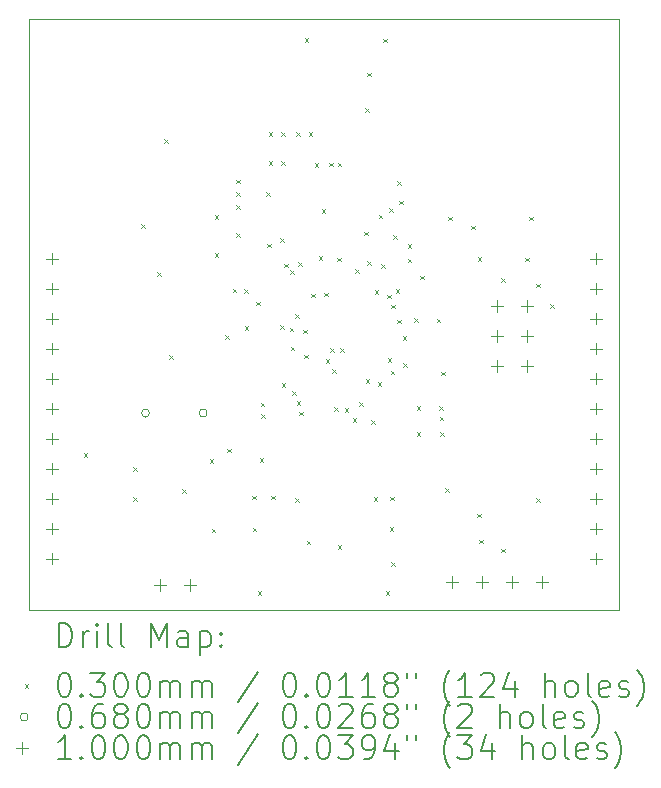
<source format=gbr>
%TF.GenerationSoftware,KiCad,Pcbnew,7.0.6-7.0.6~ubuntu22.04.1*%
%TF.CreationDate,2023-08-04T06:45:14-03:00*%
%TF.ProjectId,RF_Board,52465f42-6f61-4726-942e-6b696361645f,rev?*%
%TF.SameCoordinates,Original*%
%TF.FileFunction,Drillmap*%
%TF.FilePolarity,Positive*%
%FSLAX45Y45*%
G04 Gerber Fmt 4.5, Leading zero omitted, Abs format (unit mm)*
G04 Created by KiCad (PCBNEW 7.0.6-7.0.6~ubuntu22.04.1) date 2023-08-04 06:45:14*
%MOMM*%
%LPD*%
G01*
G04 APERTURE LIST*
%ADD10C,0.100000*%
%ADD11C,0.200000*%
%ADD12C,0.030000*%
%ADD13C,0.068000*%
G04 APERTURE END LIST*
D10*
X17300000Y-4700000D02*
X22300000Y-4700000D01*
X22300000Y-9700000D01*
X17300000Y-9700000D01*
X17300000Y-4700000D01*
D11*
D12*
X17764000Y-8376000D02*
X17794000Y-8406000D01*
X17794000Y-8376000D02*
X17764000Y-8406000D01*
X18183000Y-8496000D02*
X18213000Y-8526000D01*
X18213000Y-8496000D02*
X18183000Y-8526000D01*
X18186000Y-8746000D02*
X18216000Y-8776000D01*
X18216000Y-8746000D02*
X18186000Y-8776000D01*
X18253000Y-6437000D02*
X18283000Y-6467000D01*
X18283000Y-6437000D02*
X18253000Y-6467000D01*
X18390000Y-6842000D02*
X18420000Y-6872000D01*
X18420000Y-6842000D02*
X18390000Y-6872000D01*
X18445000Y-5716000D02*
X18475000Y-5746000D01*
X18475000Y-5716000D02*
X18445000Y-5746000D01*
X18491000Y-7546000D02*
X18521000Y-7576000D01*
X18521000Y-7546000D02*
X18491000Y-7576000D01*
X18599000Y-8680000D02*
X18629000Y-8710000D01*
X18629000Y-8680000D02*
X18599000Y-8710000D01*
X18833000Y-8426000D02*
X18863000Y-8456000D01*
X18863000Y-8426000D02*
X18833000Y-8456000D01*
X18851000Y-9014000D02*
X18881000Y-9044000D01*
X18881000Y-9014000D02*
X18851000Y-9044000D01*
X18873000Y-6362000D02*
X18903000Y-6392000D01*
X18903000Y-6362000D02*
X18873000Y-6392000D01*
X18875000Y-6681000D02*
X18905000Y-6711000D01*
X18905000Y-6681000D02*
X18875000Y-6711000D01*
X18962000Y-7377000D02*
X18992000Y-7407000D01*
X18992000Y-7377000D02*
X18962000Y-7407000D01*
X18981000Y-8336000D02*
X19011000Y-8366000D01*
X19011000Y-8336000D02*
X18981000Y-8366000D01*
X19026000Y-6984000D02*
X19056000Y-7014000D01*
X19056000Y-6984000D02*
X19026000Y-7014000D01*
X19058000Y-6166000D02*
X19088000Y-6196000D01*
X19088000Y-6166000D02*
X19058000Y-6196000D01*
X19058000Y-6514000D02*
X19088000Y-6544000D01*
X19088000Y-6514000D02*
X19058000Y-6544000D01*
X19059000Y-6060000D02*
X19089000Y-6090000D01*
X19089000Y-6060000D02*
X19059000Y-6090000D01*
X19059000Y-6275000D02*
X19089000Y-6305000D01*
X19089000Y-6275000D02*
X19059000Y-6305000D01*
X19123000Y-6985000D02*
X19153000Y-7015000D01*
X19153000Y-6985000D02*
X19123000Y-7015000D01*
X19130000Y-7302000D02*
X19160000Y-7332000D01*
X19160000Y-7302000D02*
X19130000Y-7332000D01*
X19194000Y-8734000D02*
X19224000Y-8764000D01*
X19224000Y-8734000D02*
X19194000Y-8764000D01*
X19195000Y-9005000D02*
X19225000Y-9035000D01*
X19225000Y-9005000D02*
X19195000Y-9035000D01*
X19226000Y-7091000D02*
X19256000Y-7121000D01*
X19256000Y-7091000D02*
X19226000Y-7121000D01*
X19238000Y-9542000D02*
X19268000Y-9572000D01*
X19268000Y-9542000D02*
X19238000Y-9572000D01*
X19256000Y-8418000D02*
X19286000Y-8448000D01*
X19286000Y-8418000D02*
X19256000Y-8448000D01*
X19264000Y-7948000D02*
X19294000Y-7978000D01*
X19294000Y-7948000D02*
X19264000Y-7978000D01*
X19267000Y-8044000D02*
X19297000Y-8074000D01*
X19297000Y-8044000D02*
X19267000Y-8074000D01*
X19310000Y-6167000D02*
X19340000Y-6197000D01*
X19340000Y-6167000D02*
X19310000Y-6197000D01*
X19321550Y-6601000D02*
X19351550Y-6631000D01*
X19351550Y-6601000D02*
X19321550Y-6631000D01*
X19332000Y-5658000D02*
X19362000Y-5688000D01*
X19362000Y-5658000D02*
X19332000Y-5688000D01*
X19332000Y-5905000D02*
X19362000Y-5935000D01*
X19362000Y-5905000D02*
X19332000Y-5935000D01*
X19353000Y-8734000D02*
X19383000Y-8764000D01*
X19383000Y-8734000D02*
X19353000Y-8764000D01*
X19431000Y-6554000D02*
X19461000Y-6584000D01*
X19461000Y-6554000D02*
X19431000Y-6584000D01*
X19431000Y-7293000D02*
X19461000Y-7323000D01*
X19461000Y-7293000D02*
X19431000Y-7323000D01*
X19437000Y-5658000D02*
X19467000Y-5688000D01*
X19467000Y-5658000D02*
X19437000Y-5688000D01*
X19437000Y-5905000D02*
X19467000Y-5935000D01*
X19467000Y-5905000D02*
X19437000Y-5935000D01*
X19441801Y-7782800D02*
X19471801Y-7812800D01*
X19471801Y-7782800D02*
X19441801Y-7812800D01*
X19461100Y-6770000D02*
X19491100Y-6800000D01*
X19491100Y-6770000D02*
X19461100Y-6800000D01*
X19509000Y-7311000D02*
X19539000Y-7341000D01*
X19539000Y-7311000D02*
X19509000Y-7341000D01*
X19512519Y-6824031D02*
X19542519Y-6854031D01*
X19542519Y-6824031D02*
X19512519Y-6854031D01*
X19520000Y-7475000D02*
X19550000Y-7505000D01*
X19550000Y-7475000D02*
X19520000Y-7505000D01*
X19529000Y-7851000D02*
X19559000Y-7881000D01*
X19559000Y-7851000D02*
X19529000Y-7881000D01*
X19555000Y-7198000D02*
X19585000Y-7228000D01*
X19585000Y-7198000D02*
X19555000Y-7228000D01*
X19555000Y-8754000D02*
X19585000Y-8784000D01*
X19585000Y-8754000D02*
X19555000Y-8784000D01*
X19565000Y-5657000D02*
X19595000Y-5687000D01*
X19595000Y-5657000D02*
X19565000Y-5687000D01*
X19568000Y-7937000D02*
X19598000Y-7967000D01*
X19598000Y-7937000D02*
X19568000Y-7967000D01*
X19583000Y-6759950D02*
X19613000Y-6789950D01*
X19613000Y-6759950D02*
X19583000Y-6789950D01*
X19589067Y-8022616D02*
X19619067Y-8052616D01*
X19619067Y-8022616D02*
X19589067Y-8052616D01*
X19622842Y-7328158D02*
X19652842Y-7358158D01*
X19652842Y-7328158D02*
X19622842Y-7358158D01*
X19634250Y-7542000D02*
X19664250Y-7572000D01*
X19664250Y-7542000D02*
X19634250Y-7572000D01*
X19635000Y-4861000D02*
X19665000Y-4891000D01*
X19665000Y-4861000D02*
X19635000Y-4891000D01*
X19655000Y-9115000D02*
X19685000Y-9145000D01*
X19685000Y-9115000D02*
X19655000Y-9145000D01*
X19670000Y-5657000D02*
X19700000Y-5687000D01*
X19700000Y-5657000D02*
X19670000Y-5687000D01*
X19693000Y-7025000D02*
X19723000Y-7055000D01*
X19723000Y-7025000D02*
X19693000Y-7055000D01*
X19721000Y-5918000D02*
X19751000Y-5948000D01*
X19751000Y-5918000D02*
X19721000Y-5948000D01*
X19754000Y-6709000D02*
X19784000Y-6739000D01*
X19784000Y-6709000D02*
X19754000Y-6739000D01*
X19782000Y-6308000D02*
X19812000Y-6338000D01*
X19812000Y-6308000D02*
X19782000Y-6338000D01*
X19801000Y-7017000D02*
X19831000Y-7047000D01*
X19831000Y-7017000D02*
X19801000Y-7047000D01*
X19815000Y-7579000D02*
X19845000Y-7609000D01*
X19845000Y-7579000D02*
X19815000Y-7609000D01*
X19843429Y-5915000D02*
X19873429Y-5945000D01*
X19873429Y-5915000D02*
X19843429Y-5945000D01*
X19851000Y-7485550D02*
X19881000Y-7515550D01*
X19881000Y-7485550D02*
X19851000Y-7515550D01*
X19869989Y-7666011D02*
X19899989Y-7696011D01*
X19899989Y-7666011D02*
X19869989Y-7696011D01*
X19885000Y-7986000D02*
X19915000Y-8016000D01*
X19915000Y-7986000D02*
X19885000Y-8016000D01*
X19910000Y-6719000D02*
X19940000Y-6749000D01*
X19940000Y-6719000D02*
X19910000Y-6749000D01*
X19916000Y-9154000D02*
X19946000Y-9184000D01*
X19946000Y-9154000D02*
X19916000Y-9184000D01*
X19917000Y-5915000D02*
X19947000Y-5945000D01*
X19947000Y-5915000D02*
X19917000Y-5945000D01*
X19939000Y-7485550D02*
X19969000Y-7515550D01*
X19969000Y-7485550D02*
X19939000Y-7515550D01*
X19975000Y-7992000D02*
X20005000Y-8022000D01*
X20005000Y-7992000D02*
X19975000Y-8022000D01*
X20044000Y-8081000D02*
X20074000Y-8111000D01*
X20074000Y-8081000D02*
X20044000Y-8111000D01*
X20062059Y-6816059D02*
X20092059Y-6846059D01*
X20092059Y-6816059D02*
X20062059Y-6846059D01*
X20099000Y-7942000D02*
X20129000Y-7972000D01*
X20129000Y-7942000D02*
X20099000Y-7972000D01*
X20140000Y-6498000D02*
X20170000Y-6528000D01*
X20170000Y-6498000D02*
X20140000Y-6528000D01*
X20148000Y-5456000D02*
X20178000Y-5486000D01*
X20178000Y-5456000D02*
X20148000Y-5486000D01*
X20154000Y-7750000D02*
X20184000Y-7780000D01*
X20184000Y-7750000D02*
X20154000Y-7780000D01*
X20164000Y-5153000D02*
X20194000Y-5183000D01*
X20194000Y-5153000D02*
X20164000Y-5183000D01*
X20167000Y-6749450D02*
X20197000Y-6779450D01*
X20197000Y-6749450D02*
X20167000Y-6779450D01*
X20202000Y-8094000D02*
X20232000Y-8124000D01*
X20232000Y-8094000D02*
X20202000Y-8124000D01*
X20221000Y-8747000D02*
X20251000Y-8777000D01*
X20251000Y-8747000D02*
X20221000Y-8777000D01*
X20229000Y-6995000D02*
X20259000Y-7025000D01*
X20259000Y-6995000D02*
X20229000Y-7025000D01*
X20253285Y-7773535D02*
X20283285Y-7803535D01*
X20283285Y-7773535D02*
X20253285Y-7803535D01*
X20264000Y-6356000D02*
X20294000Y-6386000D01*
X20294000Y-6356000D02*
X20264000Y-6386000D01*
X20285450Y-6776550D02*
X20315450Y-6806550D01*
X20315450Y-6776550D02*
X20285450Y-6806550D01*
X20303000Y-4867000D02*
X20333000Y-4897000D01*
X20333000Y-4867000D02*
X20303000Y-4897000D01*
X20321000Y-9542000D02*
X20351000Y-9572000D01*
X20351000Y-9542000D02*
X20321000Y-9572000D01*
X20336000Y-7033000D02*
X20366000Y-7063000D01*
X20366000Y-7033000D02*
X20336000Y-7063000D01*
X20340000Y-7572000D02*
X20370000Y-7602000D01*
X20370000Y-7572000D02*
X20340000Y-7602000D01*
X20353000Y-6303000D02*
X20383000Y-6333000D01*
X20383000Y-6303000D02*
X20353000Y-6333000D01*
X20358000Y-9001000D02*
X20388000Y-9031000D01*
X20388000Y-9001000D02*
X20358000Y-9031000D01*
X20359000Y-8745000D02*
X20389000Y-8775000D01*
X20389000Y-8745000D02*
X20359000Y-8775000D01*
X20365000Y-7678000D02*
X20395000Y-7708000D01*
X20395000Y-7678000D02*
X20365000Y-7708000D01*
X20368000Y-9299000D02*
X20398000Y-9329000D01*
X20398000Y-9299000D02*
X20368000Y-9329000D01*
X20371000Y-7118000D02*
X20401000Y-7148000D01*
X20401000Y-7118000D02*
X20371000Y-7148000D01*
X20384000Y-6531000D02*
X20414000Y-6561000D01*
X20414000Y-6531000D02*
X20384000Y-6561000D01*
X20409000Y-6985450D02*
X20439000Y-7015450D01*
X20439000Y-6985450D02*
X20409000Y-7015450D01*
X20418000Y-7246000D02*
X20448000Y-7276000D01*
X20448000Y-7246000D02*
X20418000Y-7276000D01*
X20419000Y-6070000D02*
X20449000Y-6100000D01*
X20449000Y-6070000D02*
X20419000Y-6100000D01*
X20439000Y-6238000D02*
X20469000Y-6268000D01*
X20469000Y-6238000D02*
X20439000Y-6268000D01*
X20467000Y-7386000D02*
X20497000Y-7416000D01*
X20497000Y-7386000D02*
X20467000Y-7416000D01*
X20470000Y-7614000D02*
X20500000Y-7644000D01*
X20500000Y-7614000D02*
X20470000Y-7644000D01*
X20508000Y-6729000D02*
X20538000Y-6759000D01*
X20538000Y-6729000D02*
X20508000Y-6759000D01*
X20510000Y-6606000D02*
X20540000Y-6636000D01*
X20540000Y-6606000D02*
X20510000Y-6636000D01*
X20564000Y-7233000D02*
X20594000Y-7263000D01*
X20594000Y-7233000D02*
X20564000Y-7263000D01*
X20584000Y-8198000D02*
X20614000Y-8228000D01*
X20614000Y-8198000D02*
X20584000Y-8228000D01*
X20586000Y-7976000D02*
X20616000Y-8006000D01*
X20616000Y-7976000D02*
X20586000Y-8006000D01*
X20615000Y-6871700D02*
X20645000Y-6901700D01*
X20645000Y-6871700D02*
X20615000Y-6901700D01*
X20754000Y-7236000D02*
X20784000Y-7266000D01*
X20784000Y-7236000D02*
X20754000Y-7266000D01*
X20774000Y-7977000D02*
X20804000Y-8007000D01*
X20804000Y-7977000D02*
X20774000Y-8007000D01*
X20781000Y-8065000D02*
X20811000Y-8095000D01*
X20811000Y-8065000D02*
X20781000Y-8095000D01*
X20785000Y-8199000D02*
X20815000Y-8229000D01*
X20815000Y-8199000D02*
X20785000Y-8229000D01*
X20791487Y-7686733D02*
X20821487Y-7716733D01*
X20821487Y-7686733D02*
X20791487Y-7716733D01*
X20828000Y-8670000D02*
X20858000Y-8700000D01*
X20858000Y-8670000D02*
X20828000Y-8700000D01*
X20854000Y-6372000D02*
X20884000Y-6402000D01*
X20884000Y-6372000D02*
X20854000Y-6402000D01*
X21047000Y-6448000D02*
X21077000Y-6478000D01*
X21077000Y-6448000D02*
X21047000Y-6478000D01*
X21098000Y-8888000D02*
X21128000Y-8918000D01*
X21128000Y-8888000D02*
X21098000Y-8918000D01*
X21101000Y-6717000D02*
X21131000Y-6747000D01*
X21131000Y-6717000D02*
X21101000Y-6747000D01*
X21115000Y-9108000D02*
X21145000Y-9138000D01*
X21145000Y-9108000D02*
X21115000Y-9138000D01*
X21299000Y-6893450D02*
X21329000Y-6923450D01*
X21329000Y-6893450D02*
X21299000Y-6923450D01*
X21299000Y-9183000D02*
X21329000Y-9213000D01*
X21329000Y-9183000D02*
X21299000Y-9213000D01*
X21504000Y-6719000D02*
X21534000Y-6749000D01*
X21534000Y-6719000D02*
X21504000Y-6749000D01*
X21536000Y-6374000D02*
X21566000Y-6404000D01*
X21566000Y-6374000D02*
X21536000Y-6404000D01*
X21596000Y-6941000D02*
X21626000Y-6971000D01*
X21626000Y-6941000D02*
X21596000Y-6971000D01*
X21596000Y-8755000D02*
X21626000Y-8785000D01*
X21626000Y-8755000D02*
X21596000Y-8785000D01*
X21716000Y-7113000D02*
X21746000Y-7143000D01*
X21746000Y-7113000D02*
X21716000Y-7143000D01*
D13*
X18322000Y-8035000D02*
G75*
G03*
X18322000Y-8035000I-34000J0D01*
G01*
X18810000Y-8035000D02*
G75*
G03*
X18810000Y-8035000I-34000J0D01*
G01*
D10*
X17500000Y-6677000D02*
X17500000Y-6777000D01*
X17450000Y-6727000D02*
X17550000Y-6727000D01*
X17500000Y-6931000D02*
X17500000Y-7031000D01*
X17450000Y-6981000D02*
X17550000Y-6981000D01*
X17500000Y-7185000D02*
X17500000Y-7285000D01*
X17450000Y-7235000D02*
X17550000Y-7235000D01*
X17500000Y-7439000D02*
X17500000Y-7539000D01*
X17450000Y-7489000D02*
X17550000Y-7489000D01*
X17500000Y-7693000D02*
X17500000Y-7793000D01*
X17450000Y-7743000D02*
X17550000Y-7743000D01*
X17500000Y-7947000D02*
X17500000Y-8047000D01*
X17450000Y-7997000D02*
X17550000Y-7997000D01*
X17500000Y-8201000D02*
X17500000Y-8301000D01*
X17450000Y-8251000D02*
X17550000Y-8251000D01*
X17500000Y-8455000D02*
X17500000Y-8555000D01*
X17450000Y-8505000D02*
X17550000Y-8505000D01*
X17500000Y-8709000D02*
X17500000Y-8809000D01*
X17450000Y-8759000D02*
X17550000Y-8759000D01*
X17500000Y-8963000D02*
X17500000Y-9063000D01*
X17450000Y-9013000D02*
X17550000Y-9013000D01*
X17500000Y-9217000D02*
X17500000Y-9317000D01*
X17450000Y-9267000D02*
X17550000Y-9267000D01*
X18412500Y-9438000D02*
X18412500Y-9538000D01*
X18362500Y-9488000D02*
X18462500Y-9488000D01*
X18666500Y-9438000D02*
X18666500Y-9538000D01*
X18616500Y-9488000D02*
X18716500Y-9488000D01*
X20885000Y-9414000D02*
X20885000Y-9514000D01*
X20835000Y-9464000D02*
X20935000Y-9464000D01*
X21139000Y-9414000D02*
X21139000Y-9514000D01*
X21089000Y-9464000D02*
X21189000Y-9464000D01*
X21263500Y-7077500D02*
X21263500Y-7177500D01*
X21213500Y-7127500D02*
X21313500Y-7127500D01*
X21263500Y-7331500D02*
X21263500Y-7431500D01*
X21213500Y-7381500D02*
X21313500Y-7381500D01*
X21263500Y-7585500D02*
X21263500Y-7685500D01*
X21213500Y-7635500D02*
X21313500Y-7635500D01*
X21393000Y-9414000D02*
X21393000Y-9514000D01*
X21343000Y-9464000D02*
X21443000Y-9464000D01*
X21517500Y-7077500D02*
X21517500Y-7177500D01*
X21467500Y-7127500D02*
X21567500Y-7127500D01*
X21517500Y-7331500D02*
X21517500Y-7431500D01*
X21467500Y-7381500D02*
X21567500Y-7381500D01*
X21517500Y-7585500D02*
X21517500Y-7685500D01*
X21467500Y-7635500D02*
X21567500Y-7635500D01*
X21647000Y-9414000D02*
X21647000Y-9514000D01*
X21597000Y-9464000D02*
X21697000Y-9464000D01*
X22100000Y-6677000D02*
X22100000Y-6777000D01*
X22050000Y-6727000D02*
X22150000Y-6727000D01*
X22100000Y-6931000D02*
X22100000Y-7031000D01*
X22050000Y-6981000D02*
X22150000Y-6981000D01*
X22100000Y-7185000D02*
X22100000Y-7285000D01*
X22050000Y-7235000D02*
X22150000Y-7235000D01*
X22100000Y-7439000D02*
X22100000Y-7539000D01*
X22050000Y-7489000D02*
X22150000Y-7489000D01*
X22100000Y-7693000D02*
X22100000Y-7793000D01*
X22050000Y-7743000D02*
X22150000Y-7743000D01*
X22100000Y-7947000D02*
X22100000Y-8047000D01*
X22050000Y-7997000D02*
X22150000Y-7997000D01*
X22100000Y-8201000D02*
X22100000Y-8301000D01*
X22050000Y-8251000D02*
X22150000Y-8251000D01*
X22100000Y-8455000D02*
X22100000Y-8555000D01*
X22050000Y-8505000D02*
X22150000Y-8505000D01*
X22100000Y-8709000D02*
X22100000Y-8809000D01*
X22050000Y-8759000D02*
X22150000Y-8759000D01*
X22100000Y-8963000D02*
X22100000Y-9063000D01*
X22050000Y-9013000D02*
X22150000Y-9013000D01*
X22100000Y-9217000D02*
X22100000Y-9317000D01*
X22050000Y-9267000D02*
X22150000Y-9267000D01*
D11*
X17555777Y-10016484D02*
X17555777Y-9816484D01*
X17555777Y-9816484D02*
X17603396Y-9816484D01*
X17603396Y-9816484D02*
X17631967Y-9826008D01*
X17631967Y-9826008D02*
X17651015Y-9845055D01*
X17651015Y-9845055D02*
X17660539Y-9864103D01*
X17660539Y-9864103D02*
X17670063Y-9902198D01*
X17670063Y-9902198D02*
X17670063Y-9930770D01*
X17670063Y-9930770D02*
X17660539Y-9968865D01*
X17660539Y-9968865D02*
X17651015Y-9987912D01*
X17651015Y-9987912D02*
X17631967Y-10006960D01*
X17631967Y-10006960D02*
X17603396Y-10016484D01*
X17603396Y-10016484D02*
X17555777Y-10016484D01*
X17755777Y-10016484D02*
X17755777Y-9883150D01*
X17755777Y-9921246D02*
X17765301Y-9902198D01*
X17765301Y-9902198D02*
X17774824Y-9892674D01*
X17774824Y-9892674D02*
X17793872Y-9883150D01*
X17793872Y-9883150D02*
X17812920Y-9883150D01*
X17879586Y-10016484D02*
X17879586Y-9883150D01*
X17879586Y-9816484D02*
X17870063Y-9826008D01*
X17870063Y-9826008D02*
X17879586Y-9835531D01*
X17879586Y-9835531D02*
X17889110Y-9826008D01*
X17889110Y-9826008D02*
X17879586Y-9816484D01*
X17879586Y-9816484D02*
X17879586Y-9835531D01*
X18003396Y-10016484D02*
X17984348Y-10006960D01*
X17984348Y-10006960D02*
X17974824Y-9987912D01*
X17974824Y-9987912D02*
X17974824Y-9816484D01*
X18108158Y-10016484D02*
X18089110Y-10006960D01*
X18089110Y-10006960D02*
X18079586Y-9987912D01*
X18079586Y-9987912D02*
X18079586Y-9816484D01*
X18336729Y-10016484D02*
X18336729Y-9816484D01*
X18336729Y-9816484D02*
X18403396Y-9959341D01*
X18403396Y-9959341D02*
X18470063Y-9816484D01*
X18470063Y-9816484D02*
X18470063Y-10016484D01*
X18651015Y-10016484D02*
X18651015Y-9911722D01*
X18651015Y-9911722D02*
X18641491Y-9892674D01*
X18641491Y-9892674D02*
X18622444Y-9883150D01*
X18622444Y-9883150D02*
X18584348Y-9883150D01*
X18584348Y-9883150D02*
X18565301Y-9892674D01*
X18651015Y-10006960D02*
X18631967Y-10016484D01*
X18631967Y-10016484D02*
X18584348Y-10016484D01*
X18584348Y-10016484D02*
X18565301Y-10006960D01*
X18565301Y-10006960D02*
X18555777Y-9987912D01*
X18555777Y-9987912D02*
X18555777Y-9968865D01*
X18555777Y-9968865D02*
X18565301Y-9949817D01*
X18565301Y-9949817D02*
X18584348Y-9940293D01*
X18584348Y-9940293D02*
X18631967Y-9940293D01*
X18631967Y-9940293D02*
X18651015Y-9930770D01*
X18746253Y-9883150D02*
X18746253Y-10083150D01*
X18746253Y-9892674D02*
X18765301Y-9883150D01*
X18765301Y-9883150D02*
X18803396Y-9883150D01*
X18803396Y-9883150D02*
X18822444Y-9892674D01*
X18822444Y-9892674D02*
X18831967Y-9902198D01*
X18831967Y-9902198D02*
X18841491Y-9921246D01*
X18841491Y-9921246D02*
X18841491Y-9978389D01*
X18841491Y-9978389D02*
X18831967Y-9997436D01*
X18831967Y-9997436D02*
X18822444Y-10006960D01*
X18822444Y-10006960D02*
X18803396Y-10016484D01*
X18803396Y-10016484D02*
X18765301Y-10016484D01*
X18765301Y-10016484D02*
X18746253Y-10006960D01*
X18927205Y-9997436D02*
X18936729Y-10006960D01*
X18936729Y-10006960D02*
X18927205Y-10016484D01*
X18927205Y-10016484D02*
X18917682Y-10006960D01*
X18917682Y-10006960D02*
X18927205Y-9997436D01*
X18927205Y-9997436D02*
X18927205Y-10016484D01*
X18927205Y-9892674D02*
X18936729Y-9902198D01*
X18936729Y-9902198D02*
X18927205Y-9911722D01*
X18927205Y-9911722D02*
X18917682Y-9902198D01*
X18917682Y-9902198D02*
X18927205Y-9892674D01*
X18927205Y-9892674D02*
X18927205Y-9911722D01*
D12*
X17265000Y-10330000D02*
X17295000Y-10360000D01*
X17295000Y-10330000D02*
X17265000Y-10360000D01*
D11*
X17593872Y-10236484D02*
X17612920Y-10236484D01*
X17612920Y-10236484D02*
X17631967Y-10246008D01*
X17631967Y-10246008D02*
X17641491Y-10255531D01*
X17641491Y-10255531D02*
X17651015Y-10274579D01*
X17651015Y-10274579D02*
X17660539Y-10312674D01*
X17660539Y-10312674D02*
X17660539Y-10360293D01*
X17660539Y-10360293D02*
X17651015Y-10398389D01*
X17651015Y-10398389D02*
X17641491Y-10417436D01*
X17641491Y-10417436D02*
X17631967Y-10426960D01*
X17631967Y-10426960D02*
X17612920Y-10436484D01*
X17612920Y-10436484D02*
X17593872Y-10436484D01*
X17593872Y-10436484D02*
X17574824Y-10426960D01*
X17574824Y-10426960D02*
X17565301Y-10417436D01*
X17565301Y-10417436D02*
X17555777Y-10398389D01*
X17555777Y-10398389D02*
X17546253Y-10360293D01*
X17546253Y-10360293D02*
X17546253Y-10312674D01*
X17546253Y-10312674D02*
X17555777Y-10274579D01*
X17555777Y-10274579D02*
X17565301Y-10255531D01*
X17565301Y-10255531D02*
X17574824Y-10246008D01*
X17574824Y-10246008D02*
X17593872Y-10236484D01*
X17746253Y-10417436D02*
X17755777Y-10426960D01*
X17755777Y-10426960D02*
X17746253Y-10436484D01*
X17746253Y-10436484D02*
X17736729Y-10426960D01*
X17736729Y-10426960D02*
X17746253Y-10417436D01*
X17746253Y-10417436D02*
X17746253Y-10436484D01*
X17822444Y-10236484D02*
X17946253Y-10236484D01*
X17946253Y-10236484D02*
X17879586Y-10312674D01*
X17879586Y-10312674D02*
X17908158Y-10312674D01*
X17908158Y-10312674D02*
X17927205Y-10322198D01*
X17927205Y-10322198D02*
X17936729Y-10331722D01*
X17936729Y-10331722D02*
X17946253Y-10350770D01*
X17946253Y-10350770D02*
X17946253Y-10398389D01*
X17946253Y-10398389D02*
X17936729Y-10417436D01*
X17936729Y-10417436D02*
X17927205Y-10426960D01*
X17927205Y-10426960D02*
X17908158Y-10436484D01*
X17908158Y-10436484D02*
X17851015Y-10436484D01*
X17851015Y-10436484D02*
X17831967Y-10426960D01*
X17831967Y-10426960D02*
X17822444Y-10417436D01*
X18070063Y-10236484D02*
X18089110Y-10236484D01*
X18089110Y-10236484D02*
X18108158Y-10246008D01*
X18108158Y-10246008D02*
X18117682Y-10255531D01*
X18117682Y-10255531D02*
X18127205Y-10274579D01*
X18127205Y-10274579D02*
X18136729Y-10312674D01*
X18136729Y-10312674D02*
X18136729Y-10360293D01*
X18136729Y-10360293D02*
X18127205Y-10398389D01*
X18127205Y-10398389D02*
X18117682Y-10417436D01*
X18117682Y-10417436D02*
X18108158Y-10426960D01*
X18108158Y-10426960D02*
X18089110Y-10436484D01*
X18089110Y-10436484D02*
X18070063Y-10436484D01*
X18070063Y-10436484D02*
X18051015Y-10426960D01*
X18051015Y-10426960D02*
X18041491Y-10417436D01*
X18041491Y-10417436D02*
X18031967Y-10398389D01*
X18031967Y-10398389D02*
X18022444Y-10360293D01*
X18022444Y-10360293D02*
X18022444Y-10312674D01*
X18022444Y-10312674D02*
X18031967Y-10274579D01*
X18031967Y-10274579D02*
X18041491Y-10255531D01*
X18041491Y-10255531D02*
X18051015Y-10246008D01*
X18051015Y-10246008D02*
X18070063Y-10236484D01*
X18260539Y-10236484D02*
X18279586Y-10236484D01*
X18279586Y-10236484D02*
X18298634Y-10246008D01*
X18298634Y-10246008D02*
X18308158Y-10255531D01*
X18308158Y-10255531D02*
X18317682Y-10274579D01*
X18317682Y-10274579D02*
X18327205Y-10312674D01*
X18327205Y-10312674D02*
X18327205Y-10360293D01*
X18327205Y-10360293D02*
X18317682Y-10398389D01*
X18317682Y-10398389D02*
X18308158Y-10417436D01*
X18308158Y-10417436D02*
X18298634Y-10426960D01*
X18298634Y-10426960D02*
X18279586Y-10436484D01*
X18279586Y-10436484D02*
X18260539Y-10436484D01*
X18260539Y-10436484D02*
X18241491Y-10426960D01*
X18241491Y-10426960D02*
X18231967Y-10417436D01*
X18231967Y-10417436D02*
X18222444Y-10398389D01*
X18222444Y-10398389D02*
X18212920Y-10360293D01*
X18212920Y-10360293D02*
X18212920Y-10312674D01*
X18212920Y-10312674D02*
X18222444Y-10274579D01*
X18222444Y-10274579D02*
X18231967Y-10255531D01*
X18231967Y-10255531D02*
X18241491Y-10246008D01*
X18241491Y-10246008D02*
X18260539Y-10236484D01*
X18412920Y-10436484D02*
X18412920Y-10303150D01*
X18412920Y-10322198D02*
X18422444Y-10312674D01*
X18422444Y-10312674D02*
X18441491Y-10303150D01*
X18441491Y-10303150D02*
X18470063Y-10303150D01*
X18470063Y-10303150D02*
X18489110Y-10312674D01*
X18489110Y-10312674D02*
X18498634Y-10331722D01*
X18498634Y-10331722D02*
X18498634Y-10436484D01*
X18498634Y-10331722D02*
X18508158Y-10312674D01*
X18508158Y-10312674D02*
X18527205Y-10303150D01*
X18527205Y-10303150D02*
X18555777Y-10303150D01*
X18555777Y-10303150D02*
X18574825Y-10312674D01*
X18574825Y-10312674D02*
X18584348Y-10331722D01*
X18584348Y-10331722D02*
X18584348Y-10436484D01*
X18679586Y-10436484D02*
X18679586Y-10303150D01*
X18679586Y-10322198D02*
X18689110Y-10312674D01*
X18689110Y-10312674D02*
X18708158Y-10303150D01*
X18708158Y-10303150D02*
X18736729Y-10303150D01*
X18736729Y-10303150D02*
X18755777Y-10312674D01*
X18755777Y-10312674D02*
X18765301Y-10331722D01*
X18765301Y-10331722D02*
X18765301Y-10436484D01*
X18765301Y-10331722D02*
X18774825Y-10312674D01*
X18774825Y-10312674D02*
X18793872Y-10303150D01*
X18793872Y-10303150D02*
X18822444Y-10303150D01*
X18822444Y-10303150D02*
X18841491Y-10312674D01*
X18841491Y-10312674D02*
X18851015Y-10331722D01*
X18851015Y-10331722D02*
X18851015Y-10436484D01*
X19241491Y-10226960D02*
X19070063Y-10484103D01*
X19498634Y-10236484D02*
X19517682Y-10236484D01*
X19517682Y-10236484D02*
X19536729Y-10246008D01*
X19536729Y-10246008D02*
X19546253Y-10255531D01*
X19546253Y-10255531D02*
X19555777Y-10274579D01*
X19555777Y-10274579D02*
X19565301Y-10312674D01*
X19565301Y-10312674D02*
X19565301Y-10360293D01*
X19565301Y-10360293D02*
X19555777Y-10398389D01*
X19555777Y-10398389D02*
X19546253Y-10417436D01*
X19546253Y-10417436D02*
X19536729Y-10426960D01*
X19536729Y-10426960D02*
X19517682Y-10436484D01*
X19517682Y-10436484D02*
X19498634Y-10436484D01*
X19498634Y-10436484D02*
X19479587Y-10426960D01*
X19479587Y-10426960D02*
X19470063Y-10417436D01*
X19470063Y-10417436D02*
X19460539Y-10398389D01*
X19460539Y-10398389D02*
X19451015Y-10360293D01*
X19451015Y-10360293D02*
X19451015Y-10312674D01*
X19451015Y-10312674D02*
X19460539Y-10274579D01*
X19460539Y-10274579D02*
X19470063Y-10255531D01*
X19470063Y-10255531D02*
X19479587Y-10246008D01*
X19479587Y-10246008D02*
X19498634Y-10236484D01*
X19651015Y-10417436D02*
X19660539Y-10426960D01*
X19660539Y-10426960D02*
X19651015Y-10436484D01*
X19651015Y-10436484D02*
X19641491Y-10426960D01*
X19641491Y-10426960D02*
X19651015Y-10417436D01*
X19651015Y-10417436D02*
X19651015Y-10436484D01*
X19784348Y-10236484D02*
X19803396Y-10236484D01*
X19803396Y-10236484D02*
X19822444Y-10246008D01*
X19822444Y-10246008D02*
X19831968Y-10255531D01*
X19831968Y-10255531D02*
X19841491Y-10274579D01*
X19841491Y-10274579D02*
X19851015Y-10312674D01*
X19851015Y-10312674D02*
X19851015Y-10360293D01*
X19851015Y-10360293D02*
X19841491Y-10398389D01*
X19841491Y-10398389D02*
X19831968Y-10417436D01*
X19831968Y-10417436D02*
X19822444Y-10426960D01*
X19822444Y-10426960D02*
X19803396Y-10436484D01*
X19803396Y-10436484D02*
X19784348Y-10436484D01*
X19784348Y-10436484D02*
X19765301Y-10426960D01*
X19765301Y-10426960D02*
X19755777Y-10417436D01*
X19755777Y-10417436D02*
X19746253Y-10398389D01*
X19746253Y-10398389D02*
X19736729Y-10360293D01*
X19736729Y-10360293D02*
X19736729Y-10312674D01*
X19736729Y-10312674D02*
X19746253Y-10274579D01*
X19746253Y-10274579D02*
X19755777Y-10255531D01*
X19755777Y-10255531D02*
X19765301Y-10246008D01*
X19765301Y-10246008D02*
X19784348Y-10236484D01*
X20041491Y-10436484D02*
X19927206Y-10436484D01*
X19984348Y-10436484D02*
X19984348Y-10236484D01*
X19984348Y-10236484D02*
X19965301Y-10265055D01*
X19965301Y-10265055D02*
X19946253Y-10284103D01*
X19946253Y-10284103D02*
X19927206Y-10293627D01*
X20231968Y-10436484D02*
X20117682Y-10436484D01*
X20174825Y-10436484D02*
X20174825Y-10236484D01*
X20174825Y-10236484D02*
X20155777Y-10265055D01*
X20155777Y-10265055D02*
X20136729Y-10284103D01*
X20136729Y-10284103D02*
X20117682Y-10293627D01*
X20346253Y-10322198D02*
X20327206Y-10312674D01*
X20327206Y-10312674D02*
X20317682Y-10303150D01*
X20317682Y-10303150D02*
X20308158Y-10284103D01*
X20308158Y-10284103D02*
X20308158Y-10274579D01*
X20308158Y-10274579D02*
X20317682Y-10255531D01*
X20317682Y-10255531D02*
X20327206Y-10246008D01*
X20327206Y-10246008D02*
X20346253Y-10236484D01*
X20346253Y-10236484D02*
X20384349Y-10236484D01*
X20384349Y-10236484D02*
X20403396Y-10246008D01*
X20403396Y-10246008D02*
X20412920Y-10255531D01*
X20412920Y-10255531D02*
X20422444Y-10274579D01*
X20422444Y-10274579D02*
X20422444Y-10284103D01*
X20422444Y-10284103D02*
X20412920Y-10303150D01*
X20412920Y-10303150D02*
X20403396Y-10312674D01*
X20403396Y-10312674D02*
X20384349Y-10322198D01*
X20384349Y-10322198D02*
X20346253Y-10322198D01*
X20346253Y-10322198D02*
X20327206Y-10331722D01*
X20327206Y-10331722D02*
X20317682Y-10341246D01*
X20317682Y-10341246D02*
X20308158Y-10360293D01*
X20308158Y-10360293D02*
X20308158Y-10398389D01*
X20308158Y-10398389D02*
X20317682Y-10417436D01*
X20317682Y-10417436D02*
X20327206Y-10426960D01*
X20327206Y-10426960D02*
X20346253Y-10436484D01*
X20346253Y-10436484D02*
X20384349Y-10436484D01*
X20384349Y-10436484D02*
X20403396Y-10426960D01*
X20403396Y-10426960D02*
X20412920Y-10417436D01*
X20412920Y-10417436D02*
X20422444Y-10398389D01*
X20422444Y-10398389D02*
X20422444Y-10360293D01*
X20422444Y-10360293D02*
X20412920Y-10341246D01*
X20412920Y-10341246D02*
X20403396Y-10331722D01*
X20403396Y-10331722D02*
X20384349Y-10322198D01*
X20498634Y-10236484D02*
X20498634Y-10274579D01*
X20574825Y-10236484D02*
X20574825Y-10274579D01*
X20870063Y-10512674D02*
X20860539Y-10503150D01*
X20860539Y-10503150D02*
X20841491Y-10474579D01*
X20841491Y-10474579D02*
X20831968Y-10455531D01*
X20831968Y-10455531D02*
X20822444Y-10426960D01*
X20822444Y-10426960D02*
X20812920Y-10379341D01*
X20812920Y-10379341D02*
X20812920Y-10341246D01*
X20812920Y-10341246D02*
X20822444Y-10293627D01*
X20822444Y-10293627D02*
X20831968Y-10265055D01*
X20831968Y-10265055D02*
X20841491Y-10246008D01*
X20841491Y-10246008D02*
X20860539Y-10217436D01*
X20860539Y-10217436D02*
X20870063Y-10207912D01*
X21051015Y-10436484D02*
X20936730Y-10436484D01*
X20993872Y-10436484D02*
X20993872Y-10236484D01*
X20993872Y-10236484D02*
X20974825Y-10265055D01*
X20974825Y-10265055D02*
X20955777Y-10284103D01*
X20955777Y-10284103D02*
X20936730Y-10293627D01*
X21127206Y-10255531D02*
X21136730Y-10246008D01*
X21136730Y-10246008D02*
X21155777Y-10236484D01*
X21155777Y-10236484D02*
X21203396Y-10236484D01*
X21203396Y-10236484D02*
X21222444Y-10246008D01*
X21222444Y-10246008D02*
X21231968Y-10255531D01*
X21231968Y-10255531D02*
X21241491Y-10274579D01*
X21241491Y-10274579D02*
X21241491Y-10293627D01*
X21241491Y-10293627D02*
X21231968Y-10322198D01*
X21231968Y-10322198D02*
X21117682Y-10436484D01*
X21117682Y-10436484D02*
X21241491Y-10436484D01*
X21412920Y-10303150D02*
X21412920Y-10436484D01*
X21365301Y-10226960D02*
X21317682Y-10369817D01*
X21317682Y-10369817D02*
X21441491Y-10369817D01*
X21670063Y-10436484D02*
X21670063Y-10236484D01*
X21755777Y-10436484D02*
X21755777Y-10331722D01*
X21755777Y-10331722D02*
X21746253Y-10312674D01*
X21746253Y-10312674D02*
X21727206Y-10303150D01*
X21727206Y-10303150D02*
X21698634Y-10303150D01*
X21698634Y-10303150D02*
X21679587Y-10312674D01*
X21679587Y-10312674D02*
X21670063Y-10322198D01*
X21879587Y-10436484D02*
X21860539Y-10426960D01*
X21860539Y-10426960D02*
X21851015Y-10417436D01*
X21851015Y-10417436D02*
X21841492Y-10398389D01*
X21841492Y-10398389D02*
X21841492Y-10341246D01*
X21841492Y-10341246D02*
X21851015Y-10322198D01*
X21851015Y-10322198D02*
X21860539Y-10312674D01*
X21860539Y-10312674D02*
X21879587Y-10303150D01*
X21879587Y-10303150D02*
X21908158Y-10303150D01*
X21908158Y-10303150D02*
X21927206Y-10312674D01*
X21927206Y-10312674D02*
X21936730Y-10322198D01*
X21936730Y-10322198D02*
X21946253Y-10341246D01*
X21946253Y-10341246D02*
X21946253Y-10398389D01*
X21946253Y-10398389D02*
X21936730Y-10417436D01*
X21936730Y-10417436D02*
X21927206Y-10426960D01*
X21927206Y-10426960D02*
X21908158Y-10436484D01*
X21908158Y-10436484D02*
X21879587Y-10436484D01*
X22060539Y-10436484D02*
X22041492Y-10426960D01*
X22041492Y-10426960D02*
X22031968Y-10407912D01*
X22031968Y-10407912D02*
X22031968Y-10236484D01*
X22212920Y-10426960D02*
X22193873Y-10436484D01*
X22193873Y-10436484D02*
X22155777Y-10436484D01*
X22155777Y-10436484D02*
X22136730Y-10426960D01*
X22136730Y-10426960D02*
X22127206Y-10407912D01*
X22127206Y-10407912D02*
X22127206Y-10331722D01*
X22127206Y-10331722D02*
X22136730Y-10312674D01*
X22136730Y-10312674D02*
X22155777Y-10303150D01*
X22155777Y-10303150D02*
X22193873Y-10303150D01*
X22193873Y-10303150D02*
X22212920Y-10312674D01*
X22212920Y-10312674D02*
X22222444Y-10331722D01*
X22222444Y-10331722D02*
X22222444Y-10350770D01*
X22222444Y-10350770D02*
X22127206Y-10369817D01*
X22298634Y-10426960D02*
X22317682Y-10436484D01*
X22317682Y-10436484D02*
X22355777Y-10436484D01*
X22355777Y-10436484D02*
X22374825Y-10426960D01*
X22374825Y-10426960D02*
X22384349Y-10407912D01*
X22384349Y-10407912D02*
X22384349Y-10398389D01*
X22384349Y-10398389D02*
X22374825Y-10379341D01*
X22374825Y-10379341D02*
X22355777Y-10369817D01*
X22355777Y-10369817D02*
X22327206Y-10369817D01*
X22327206Y-10369817D02*
X22308158Y-10360293D01*
X22308158Y-10360293D02*
X22298634Y-10341246D01*
X22298634Y-10341246D02*
X22298634Y-10331722D01*
X22298634Y-10331722D02*
X22308158Y-10312674D01*
X22308158Y-10312674D02*
X22327206Y-10303150D01*
X22327206Y-10303150D02*
X22355777Y-10303150D01*
X22355777Y-10303150D02*
X22374825Y-10312674D01*
X22451015Y-10512674D02*
X22460539Y-10503150D01*
X22460539Y-10503150D02*
X22479587Y-10474579D01*
X22479587Y-10474579D02*
X22489111Y-10455531D01*
X22489111Y-10455531D02*
X22498634Y-10426960D01*
X22498634Y-10426960D02*
X22508158Y-10379341D01*
X22508158Y-10379341D02*
X22508158Y-10341246D01*
X22508158Y-10341246D02*
X22498634Y-10293627D01*
X22498634Y-10293627D02*
X22489111Y-10265055D01*
X22489111Y-10265055D02*
X22479587Y-10246008D01*
X22479587Y-10246008D02*
X22460539Y-10217436D01*
X22460539Y-10217436D02*
X22451015Y-10207912D01*
D13*
X17295000Y-10609000D02*
G75*
G03*
X17295000Y-10609000I-34000J0D01*
G01*
D11*
X17593872Y-10500484D02*
X17612920Y-10500484D01*
X17612920Y-10500484D02*
X17631967Y-10510008D01*
X17631967Y-10510008D02*
X17641491Y-10519531D01*
X17641491Y-10519531D02*
X17651015Y-10538579D01*
X17651015Y-10538579D02*
X17660539Y-10576674D01*
X17660539Y-10576674D02*
X17660539Y-10624293D01*
X17660539Y-10624293D02*
X17651015Y-10662389D01*
X17651015Y-10662389D02*
X17641491Y-10681436D01*
X17641491Y-10681436D02*
X17631967Y-10690960D01*
X17631967Y-10690960D02*
X17612920Y-10700484D01*
X17612920Y-10700484D02*
X17593872Y-10700484D01*
X17593872Y-10700484D02*
X17574824Y-10690960D01*
X17574824Y-10690960D02*
X17565301Y-10681436D01*
X17565301Y-10681436D02*
X17555777Y-10662389D01*
X17555777Y-10662389D02*
X17546253Y-10624293D01*
X17546253Y-10624293D02*
X17546253Y-10576674D01*
X17546253Y-10576674D02*
X17555777Y-10538579D01*
X17555777Y-10538579D02*
X17565301Y-10519531D01*
X17565301Y-10519531D02*
X17574824Y-10510008D01*
X17574824Y-10510008D02*
X17593872Y-10500484D01*
X17746253Y-10681436D02*
X17755777Y-10690960D01*
X17755777Y-10690960D02*
X17746253Y-10700484D01*
X17746253Y-10700484D02*
X17736729Y-10690960D01*
X17736729Y-10690960D02*
X17746253Y-10681436D01*
X17746253Y-10681436D02*
X17746253Y-10700484D01*
X17927205Y-10500484D02*
X17889110Y-10500484D01*
X17889110Y-10500484D02*
X17870063Y-10510008D01*
X17870063Y-10510008D02*
X17860539Y-10519531D01*
X17860539Y-10519531D02*
X17841491Y-10548103D01*
X17841491Y-10548103D02*
X17831967Y-10586198D01*
X17831967Y-10586198D02*
X17831967Y-10662389D01*
X17831967Y-10662389D02*
X17841491Y-10681436D01*
X17841491Y-10681436D02*
X17851015Y-10690960D01*
X17851015Y-10690960D02*
X17870063Y-10700484D01*
X17870063Y-10700484D02*
X17908158Y-10700484D01*
X17908158Y-10700484D02*
X17927205Y-10690960D01*
X17927205Y-10690960D02*
X17936729Y-10681436D01*
X17936729Y-10681436D02*
X17946253Y-10662389D01*
X17946253Y-10662389D02*
X17946253Y-10614770D01*
X17946253Y-10614770D02*
X17936729Y-10595722D01*
X17936729Y-10595722D02*
X17927205Y-10586198D01*
X17927205Y-10586198D02*
X17908158Y-10576674D01*
X17908158Y-10576674D02*
X17870063Y-10576674D01*
X17870063Y-10576674D02*
X17851015Y-10586198D01*
X17851015Y-10586198D02*
X17841491Y-10595722D01*
X17841491Y-10595722D02*
X17831967Y-10614770D01*
X18060539Y-10586198D02*
X18041491Y-10576674D01*
X18041491Y-10576674D02*
X18031967Y-10567150D01*
X18031967Y-10567150D02*
X18022444Y-10548103D01*
X18022444Y-10548103D02*
X18022444Y-10538579D01*
X18022444Y-10538579D02*
X18031967Y-10519531D01*
X18031967Y-10519531D02*
X18041491Y-10510008D01*
X18041491Y-10510008D02*
X18060539Y-10500484D01*
X18060539Y-10500484D02*
X18098634Y-10500484D01*
X18098634Y-10500484D02*
X18117682Y-10510008D01*
X18117682Y-10510008D02*
X18127205Y-10519531D01*
X18127205Y-10519531D02*
X18136729Y-10538579D01*
X18136729Y-10538579D02*
X18136729Y-10548103D01*
X18136729Y-10548103D02*
X18127205Y-10567150D01*
X18127205Y-10567150D02*
X18117682Y-10576674D01*
X18117682Y-10576674D02*
X18098634Y-10586198D01*
X18098634Y-10586198D02*
X18060539Y-10586198D01*
X18060539Y-10586198D02*
X18041491Y-10595722D01*
X18041491Y-10595722D02*
X18031967Y-10605246D01*
X18031967Y-10605246D02*
X18022444Y-10624293D01*
X18022444Y-10624293D02*
X18022444Y-10662389D01*
X18022444Y-10662389D02*
X18031967Y-10681436D01*
X18031967Y-10681436D02*
X18041491Y-10690960D01*
X18041491Y-10690960D02*
X18060539Y-10700484D01*
X18060539Y-10700484D02*
X18098634Y-10700484D01*
X18098634Y-10700484D02*
X18117682Y-10690960D01*
X18117682Y-10690960D02*
X18127205Y-10681436D01*
X18127205Y-10681436D02*
X18136729Y-10662389D01*
X18136729Y-10662389D02*
X18136729Y-10624293D01*
X18136729Y-10624293D02*
X18127205Y-10605246D01*
X18127205Y-10605246D02*
X18117682Y-10595722D01*
X18117682Y-10595722D02*
X18098634Y-10586198D01*
X18260539Y-10500484D02*
X18279586Y-10500484D01*
X18279586Y-10500484D02*
X18298634Y-10510008D01*
X18298634Y-10510008D02*
X18308158Y-10519531D01*
X18308158Y-10519531D02*
X18317682Y-10538579D01*
X18317682Y-10538579D02*
X18327205Y-10576674D01*
X18327205Y-10576674D02*
X18327205Y-10624293D01*
X18327205Y-10624293D02*
X18317682Y-10662389D01*
X18317682Y-10662389D02*
X18308158Y-10681436D01*
X18308158Y-10681436D02*
X18298634Y-10690960D01*
X18298634Y-10690960D02*
X18279586Y-10700484D01*
X18279586Y-10700484D02*
X18260539Y-10700484D01*
X18260539Y-10700484D02*
X18241491Y-10690960D01*
X18241491Y-10690960D02*
X18231967Y-10681436D01*
X18231967Y-10681436D02*
X18222444Y-10662389D01*
X18222444Y-10662389D02*
X18212920Y-10624293D01*
X18212920Y-10624293D02*
X18212920Y-10576674D01*
X18212920Y-10576674D02*
X18222444Y-10538579D01*
X18222444Y-10538579D02*
X18231967Y-10519531D01*
X18231967Y-10519531D02*
X18241491Y-10510008D01*
X18241491Y-10510008D02*
X18260539Y-10500484D01*
X18412920Y-10700484D02*
X18412920Y-10567150D01*
X18412920Y-10586198D02*
X18422444Y-10576674D01*
X18422444Y-10576674D02*
X18441491Y-10567150D01*
X18441491Y-10567150D02*
X18470063Y-10567150D01*
X18470063Y-10567150D02*
X18489110Y-10576674D01*
X18489110Y-10576674D02*
X18498634Y-10595722D01*
X18498634Y-10595722D02*
X18498634Y-10700484D01*
X18498634Y-10595722D02*
X18508158Y-10576674D01*
X18508158Y-10576674D02*
X18527205Y-10567150D01*
X18527205Y-10567150D02*
X18555777Y-10567150D01*
X18555777Y-10567150D02*
X18574825Y-10576674D01*
X18574825Y-10576674D02*
X18584348Y-10595722D01*
X18584348Y-10595722D02*
X18584348Y-10700484D01*
X18679586Y-10700484D02*
X18679586Y-10567150D01*
X18679586Y-10586198D02*
X18689110Y-10576674D01*
X18689110Y-10576674D02*
X18708158Y-10567150D01*
X18708158Y-10567150D02*
X18736729Y-10567150D01*
X18736729Y-10567150D02*
X18755777Y-10576674D01*
X18755777Y-10576674D02*
X18765301Y-10595722D01*
X18765301Y-10595722D02*
X18765301Y-10700484D01*
X18765301Y-10595722D02*
X18774825Y-10576674D01*
X18774825Y-10576674D02*
X18793872Y-10567150D01*
X18793872Y-10567150D02*
X18822444Y-10567150D01*
X18822444Y-10567150D02*
X18841491Y-10576674D01*
X18841491Y-10576674D02*
X18851015Y-10595722D01*
X18851015Y-10595722D02*
X18851015Y-10700484D01*
X19241491Y-10490960D02*
X19070063Y-10748103D01*
X19498634Y-10500484D02*
X19517682Y-10500484D01*
X19517682Y-10500484D02*
X19536729Y-10510008D01*
X19536729Y-10510008D02*
X19546253Y-10519531D01*
X19546253Y-10519531D02*
X19555777Y-10538579D01*
X19555777Y-10538579D02*
X19565301Y-10576674D01*
X19565301Y-10576674D02*
X19565301Y-10624293D01*
X19565301Y-10624293D02*
X19555777Y-10662389D01*
X19555777Y-10662389D02*
X19546253Y-10681436D01*
X19546253Y-10681436D02*
X19536729Y-10690960D01*
X19536729Y-10690960D02*
X19517682Y-10700484D01*
X19517682Y-10700484D02*
X19498634Y-10700484D01*
X19498634Y-10700484D02*
X19479587Y-10690960D01*
X19479587Y-10690960D02*
X19470063Y-10681436D01*
X19470063Y-10681436D02*
X19460539Y-10662389D01*
X19460539Y-10662389D02*
X19451015Y-10624293D01*
X19451015Y-10624293D02*
X19451015Y-10576674D01*
X19451015Y-10576674D02*
X19460539Y-10538579D01*
X19460539Y-10538579D02*
X19470063Y-10519531D01*
X19470063Y-10519531D02*
X19479587Y-10510008D01*
X19479587Y-10510008D02*
X19498634Y-10500484D01*
X19651015Y-10681436D02*
X19660539Y-10690960D01*
X19660539Y-10690960D02*
X19651015Y-10700484D01*
X19651015Y-10700484D02*
X19641491Y-10690960D01*
X19641491Y-10690960D02*
X19651015Y-10681436D01*
X19651015Y-10681436D02*
X19651015Y-10700484D01*
X19784348Y-10500484D02*
X19803396Y-10500484D01*
X19803396Y-10500484D02*
X19822444Y-10510008D01*
X19822444Y-10510008D02*
X19831968Y-10519531D01*
X19831968Y-10519531D02*
X19841491Y-10538579D01*
X19841491Y-10538579D02*
X19851015Y-10576674D01*
X19851015Y-10576674D02*
X19851015Y-10624293D01*
X19851015Y-10624293D02*
X19841491Y-10662389D01*
X19841491Y-10662389D02*
X19831968Y-10681436D01*
X19831968Y-10681436D02*
X19822444Y-10690960D01*
X19822444Y-10690960D02*
X19803396Y-10700484D01*
X19803396Y-10700484D02*
X19784348Y-10700484D01*
X19784348Y-10700484D02*
X19765301Y-10690960D01*
X19765301Y-10690960D02*
X19755777Y-10681436D01*
X19755777Y-10681436D02*
X19746253Y-10662389D01*
X19746253Y-10662389D02*
X19736729Y-10624293D01*
X19736729Y-10624293D02*
X19736729Y-10576674D01*
X19736729Y-10576674D02*
X19746253Y-10538579D01*
X19746253Y-10538579D02*
X19755777Y-10519531D01*
X19755777Y-10519531D02*
X19765301Y-10510008D01*
X19765301Y-10510008D02*
X19784348Y-10500484D01*
X19927206Y-10519531D02*
X19936729Y-10510008D01*
X19936729Y-10510008D02*
X19955777Y-10500484D01*
X19955777Y-10500484D02*
X20003396Y-10500484D01*
X20003396Y-10500484D02*
X20022444Y-10510008D01*
X20022444Y-10510008D02*
X20031968Y-10519531D01*
X20031968Y-10519531D02*
X20041491Y-10538579D01*
X20041491Y-10538579D02*
X20041491Y-10557627D01*
X20041491Y-10557627D02*
X20031968Y-10586198D01*
X20031968Y-10586198D02*
X19917682Y-10700484D01*
X19917682Y-10700484D02*
X20041491Y-10700484D01*
X20212920Y-10500484D02*
X20174825Y-10500484D01*
X20174825Y-10500484D02*
X20155777Y-10510008D01*
X20155777Y-10510008D02*
X20146253Y-10519531D01*
X20146253Y-10519531D02*
X20127206Y-10548103D01*
X20127206Y-10548103D02*
X20117682Y-10586198D01*
X20117682Y-10586198D02*
X20117682Y-10662389D01*
X20117682Y-10662389D02*
X20127206Y-10681436D01*
X20127206Y-10681436D02*
X20136729Y-10690960D01*
X20136729Y-10690960D02*
X20155777Y-10700484D01*
X20155777Y-10700484D02*
X20193872Y-10700484D01*
X20193872Y-10700484D02*
X20212920Y-10690960D01*
X20212920Y-10690960D02*
X20222444Y-10681436D01*
X20222444Y-10681436D02*
X20231968Y-10662389D01*
X20231968Y-10662389D02*
X20231968Y-10614770D01*
X20231968Y-10614770D02*
X20222444Y-10595722D01*
X20222444Y-10595722D02*
X20212920Y-10586198D01*
X20212920Y-10586198D02*
X20193872Y-10576674D01*
X20193872Y-10576674D02*
X20155777Y-10576674D01*
X20155777Y-10576674D02*
X20136729Y-10586198D01*
X20136729Y-10586198D02*
X20127206Y-10595722D01*
X20127206Y-10595722D02*
X20117682Y-10614770D01*
X20346253Y-10586198D02*
X20327206Y-10576674D01*
X20327206Y-10576674D02*
X20317682Y-10567150D01*
X20317682Y-10567150D02*
X20308158Y-10548103D01*
X20308158Y-10548103D02*
X20308158Y-10538579D01*
X20308158Y-10538579D02*
X20317682Y-10519531D01*
X20317682Y-10519531D02*
X20327206Y-10510008D01*
X20327206Y-10510008D02*
X20346253Y-10500484D01*
X20346253Y-10500484D02*
X20384349Y-10500484D01*
X20384349Y-10500484D02*
X20403396Y-10510008D01*
X20403396Y-10510008D02*
X20412920Y-10519531D01*
X20412920Y-10519531D02*
X20422444Y-10538579D01*
X20422444Y-10538579D02*
X20422444Y-10548103D01*
X20422444Y-10548103D02*
X20412920Y-10567150D01*
X20412920Y-10567150D02*
X20403396Y-10576674D01*
X20403396Y-10576674D02*
X20384349Y-10586198D01*
X20384349Y-10586198D02*
X20346253Y-10586198D01*
X20346253Y-10586198D02*
X20327206Y-10595722D01*
X20327206Y-10595722D02*
X20317682Y-10605246D01*
X20317682Y-10605246D02*
X20308158Y-10624293D01*
X20308158Y-10624293D02*
X20308158Y-10662389D01*
X20308158Y-10662389D02*
X20317682Y-10681436D01*
X20317682Y-10681436D02*
X20327206Y-10690960D01*
X20327206Y-10690960D02*
X20346253Y-10700484D01*
X20346253Y-10700484D02*
X20384349Y-10700484D01*
X20384349Y-10700484D02*
X20403396Y-10690960D01*
X20403396Y-10690960D02*
X20412920Y-10681436D01*
X20412920Y-10681436D02*
X20422444Y-10662389D01*
X20422444Y-10662389D02*
X20422444Y-10624293D01*
X20422444Y-10624293D02*
X20412920Y-10605246D01*
X20412920Y-10605246D02*
X20403396Y-10595722D01*
X20403396Y-10595722D02*
X20384349Y-10586198D01*
X20498634Y-10500484D02*
X20498634Y-10538579D01*
X20574825Y-10500484D02*
X20574825Y-10538579D01*
X20870063Y-10776674D02*
X20860539Y-10767150D01*
X20860539Y-10767150D02*
X20841491Y-10738579D01*
X20841491Y-10738579D02*
X20831968Y-10719531D01*
X20831968Y-10719531D02*
X20822444Y-10690960D01*
X20822444Y-10690960D02*
X20812920Y-10643341D01*
X20812920Y-10643341D02*
X20812920Y-10605246D01*
X20812920Y-10605246D02*
X20822444Y-10557627D01*
X20822444Y-10557627D02*
X20831968Y-10529055D01*
X20831968Y-10529055D02*
X20841491Y-10510008D01*
X20841491Y-10510008D02*
X20860539Y-10481436D01*
X20860539Y-10481436D02*
X20870063Y-10471912D01*
X20936730Y-10519531D02*
X20946253Y-10510008D01*
X20946253Y-10510008D02*
X20965301Y-10500484D01*
X20965301Y-10500484D02*
X21012920Y-10500484D01*
X21012920Y-10500484D02*
X21031968Y-10510008D01*
X21031968Y-10510008D02*
X21041491Y-10519531D01*
X21041491Y-10519531D02*
X21051015Y-10538579D01*
X21051015Y-10538579D02*
X21051015Y-10557627D01*
X21051015Y-10557627D02*
X21041491Y-10586198D01*
X21041491Y-10586198D02*
X20927206Y-10700484D01*
X20927206Y-10700484D02*
X21051015Y-10700484D01*
X21289111Y-10700484D02*
X21289111Y-10500484D01*
X21374825Y-10700484D02*
X21374825Y-10595722D01*
X21374825Y-10595722D02*
X21365301Y-10576674D01*
X21365301Y-10576674D02*
X21346253Y-10567150D01*
X21346253Y-10567150D02*
X21317682Y-10567150D01*
X21317682Y-10567150D02*
X21298634Y-10576674D01*
X21298634Y-10576674D02*
X21289111Y-10586198D01*
X21498634Y-10700484D02*
X21479587Y-10690960D01*
X21479587Y-10690960D02*
X21470063Y-10681436D01*
X21470063Y-10681436D02*
X21460539Y-10662389D01*
X21460539Y-10662389D02*
X21460539Y-10605246D01*
X21460539Y-10605246D02*
X21470063Y-10586198D01*
X21470063Y-10586198D02*
X21479587Y-10576674D01*
X21479587Y-10576674D02*
X21498634Y-10567150D01*
X21498634Y-10567150D02*
X21527206Y-10567150D01*
X21527206Y-10567150D02*
X21546253Y-10576674D01*
X21546253Y-10576674D02*
X21555777Y-10586198D01*
X21555777Y-10586198D02*
X21565301Y-10605246D01*
X21565301Y-10605246D02*
X21565301Y-10662389D01*
X21565301Y-10662389D02*
X21555777Y-10681436D01*
X21555777Y-10681436D02*
X21546253Y-10690960D01*
X21546253Y-10690960D02*
X21527206Y-10700484D01*
X21527206Y-10700484D02*
X21498634Y-10700484D01*
X21679587Y-10700484D02*
X21660539Y-10690960D01*
X21660539Y-10690960D02*
X21651015Y-10671912D01*
X21651015Y-10671912D02*
X21651015Y-10500484D01*
X21831968Y-10690960D02*
X21812920Y-10700484D01*
X21812920Y-10700484D02*
X21774825Y-10700484D01*
X21774825Y-10700484D02*
X21755777Y-10690960D01*
X21755777Y-10690960D02*
X21746253Y-10671912D01*
X21746253Y-10671912D02*
X21746253Y-10595722D01*
X21746253Y-10595722D02*
X21755777Y-10576674D01*
X21755777Y-10576674D02*
X21774825Y-10567150D01*
X21774825Y-10567150D02*
X21812920Y-10567150D01*
X21812920Y-10567150D02*
X21831968Y-10576674D01*
X21831968Y-10576674D02*
X21841492Y-10595722D01*
X21841492Y-10595722D02*
X21841492Y-10614770D01*
X21841492Y-10614770D02*
X21746253Y-10633817D01*
X21917682Y-10690960D02*
X21936730Y-10700484D01*
X21936730Y-10700484D02*
X21974825Y-10700484D01*
X21974825Y-10700484D02*
X21993873Y-10690960D01*
X21993873Y-10690960D02*
X22003396Y-10671912D01*
X22003396Y-10671912D02*
X22003396Y-10662389D01*
X22003396Y-10662389D02*
X21993873Y-10643341D01*
X21993873Y-10643341D02*
X21974825Y-10633817D01*
X21974825Y-10633817D02*
X21946253Y-10633817D01*
X21946253Y-10633817D02*
X21927206Y-10624293D01*
X21927206Y-10624293D02*
X21917682Y-10605246D01*
X21917682Y-10605246D02*
X21917682Y-10595722D01*
X21917682Y-10595722D02*
X21927206Y-10576674D01*
X21927206Y-10576674D02*
X21946253Y-10567150D01*
X21946253Y-10567150D02*
X21974825Y-10567150D01*
X21974825Y-10567150D02*
X21993873Y-10576674D01*
X22070063Y-10776674D02*
X22079587Y-10767150D01*
X22079587Y-10767150D02*
X22098634Y-10738579D01*
X22098634Y-10738579D02*
X22108158Y-10719531D01*
X22108158Y-10719531D02*
X22117682Y-10690960D01*
X22117682Y-10690960D02*
X22127206Y-10643341D01*
X22127206Y-10643341D02*
X22127206Y-10605246D01*
X22127206Y-10605246D02*
X22117682Y-10557627D01*
X22117682Y-10557627D02*
X22108158Y-10529055D01*
X22108158Y-10529055D02*
X22098634Y-10510008D01*
X22098634Y-10510008D02*
X22079587Y-10481436D01*
X22079587Y-10481436D02*
X22070063Y-10471912D01*
D10*
X17245000Y-10823000D02*
X17245000Y-10923000D01*
X17195000Y-10873000D02*
X17295000Y-10873000D01*
D11*
X17660539Y-10964484D02*
X17546253Y-10964484D01*
X17603396Y-10964484D02*
X17603396Y-10764484D01*
X17603396Y-10764484D02*
X17584348Y-10793055D01*
X17584348Y-10793055D02*
X17565301Y-10812103D01*
X17565301Y-10812103D02*
X17546253Y-10821627D01*
X17746253Y-10945436D02*
X17755777Y-10954960D01*
X17755777Y-10954960D02*
X17746253Y-10964484D01*
X17746253Y-10964484D02*
X17736729Y-10954960D01*
X17736729Y-10954960D02*
X17746253Y-10945436D01*
X17746253Y-10945436D02*
X17746253Y-10964484D01*
X17879586Y-10764484D02*
X17898634Y-10764484D01*
X17898634Y-10764484D02*
X17917682Y-10774008D01*
X17917682Y-10774008D02*
X17927205Y-10783531D01*
X17927205Y-10783531D02*
X17936729Y-10802579D01*
X17936729Y-10802579D02*
X17946253Y-10840674D01*
X17946253Y-10840674D02*
X17946253Y-10888293D01*
X17946253Y-10888293D02*
X17936729Y-10926389D01*
X17936729Y-10926389D02*
X17927205Y-10945436D01*
X17927205Y-10945436D02*
X17917682Y-10954960D01*
X17917682Y-10954960D02*
X17898634Y-10964484D01*
X17898634Y-10964484D02*
X17879586Y-10964484D01*
X17879586Y-10964484D02*
X17860539Y-10954960D01*
X17860539Y-10954960D02*
X17851015Y-10945436D01*
X17851015Y-10945436D02*
X17841491Y-10926389D01*
X17841491Y-10926389D02*
X17831967Y-10888293D01*
X17831967Y-10888293D02*
X17831967Y-10840674D01*
X17831967Y-10840674D02*
X17841491Y-10802579D01*
X17841491Y-10802579D02*
X17851015Y-10783531D01*
X17851015Y-10783531D02*
X17860539Y-10774008D01*
X17860539Y-10774008D02*
X17879586Y-10764484D01*
X18070063Y-10764484D02*
X18089110Y-10764484D01*
X18089110Y-10764484D02*
X18108158Y-10774008D01*
X18108158Y-10774008D02*
X18117682Y-10783531D01*
X18117682Y-10783531D02*
X18127205Y-10802579D01*
X18127205Y-10802579D02*
X18136729Y-10840674D01*
X18136729Y-10840674D02*
X18136729Y-10888293D01*
X18136729Y-10888293D02*
X18127205Y-10926389D01*
X18127205Y-10926389D02*
X18117682Y-10945436D01*
X18117682Y-10945436D02*
X18108158Y-10954960D01*
X18108158Y-10954960D02*
X18089110Y-10964484D01*
X18089110Y-10964484D02*
X18070063Y-10964484D01*
X18070063Y-10964484D02*
X18051015Y-10954960D01*
X18051015Y-10954960D02*
X18041491Y-10945436D01*
X18041491Y-10945436D02*
X18031967Y-10926389D01*
X18031967Y-10926389D02*
X18022444Y-10888293D01*
X18022444Y-10888293D02*
X18022444Y-10840674D01*
X18022444Y-10840674D02*
X18031967Y-10802579D01*
X18031967Y-10802579D02*
X18041491Y-10783531D01*
X18041491Y-10783531D02*
X18051015Y-10774008D01*
X18051015Y-10774008D02*
X18070063Y-10764484D01*
X18260539Y-10764484D02*
X18279586Y-10764484D01*
X18279586Y-10764484D02*
X18298634Y-10774008D01*
X18298634Y-10774008D02*
X18308158Y-10783531D01*
X18308158Y-10783531D02*
X18317682Y-10802579D01*
X18317682Y-10802579D02*
X18327205Y-10840674D01*
X18327205Y-10840674D02*
X18327205Y-10888293D01*
X18327205Y-10888293D02*
X18317682Y-10926389D01*
X18317682Y-10926389D02*
X18308158Y-10945436D01*
X18308158Y-10945436D02*
X18298634Y-10954960D01*
X18298634Y-10954960D02*
X18279586Y-10964484D01*
X18279586Y-10964484D02*
X18260539Y-10964484D01*
X18260539Y-10964484D02*
X18241491Y-10954960D01*
X18241491Y-10954960D02*
X18231967Y-10945436D01*
X18231967Y-10945436D02*
X18222444Y-10926389D01*
X18222444Y-10926389D02*
X18212920Y-10888293D01*
X18212920Y-10888293D02*
X18212920Y-10840674D01*
X18212920Y-10840674D02*
X18222444Y-10802579D01*
X18222444Y-10802579D02*
X18231967Y-10783531D01*
X18231967Y-10783531D02*
X18241491Y-10774008D01*
X18241491Y-10774008D02*
X18260539Y-10764484D01*
X18412920Y-10964484D02*
X18412920Y-10831150D01*
X18412920Y-10850198D02*
X18422444Y-10840674D01*
X18422444Y-10840674D02*
X18441491Y-10831150D01*
X18441491Y-10831150D02*
X18470063Y-10831150D01*
X18470063Y-10831150D02*
X18489110Y-10840674D01*
X18489110Y-10840674D02*
X18498634Y-10859722D01*
X18498634Y-10859722D02*
X18498634Y-10964484D01*
X18498634Y-10859722D02*
X18508158Y-10840674D01*
X18508158Y-10840674D02*
X18527205Y-10831150D01*
X18527205Y-10831150D02*
X18555777Y-10831150D01*
X18555777Y-10831150D02*
X18574825Y-10840674D01*
X18574825Y-10840674D02*
X18584348Y-10859722D01*
X18584348Y-10859722D02*
X18584348Y-10964484D01*
X18679586Y-10964484D02*
X18679586Y-10831150D01*
X18679586Y-10850198D02*
X18689110Y-10840674D01*
X18689110Y-10840674D02*
X18708158Y-10831150D01*
X18708158Y-10831150D02*
X18736729Y-10831150D01*
X18736729Y-10831150D02*
X18755777Y-10840674D01*
X18755777Y-10840674D02*
X18765301Y-10859722D01*
X18765301Y-10859722D02*
X18765301Y-10964484D01*
X18765301Y-10859722D02*
X18774825Y-10840674D01*
X18774825Y-10840674D02*
X18793872Y-10831150D01*
X18793872Y-10831150D02*
X18822444Y-10831150D01*
X18822444Y-10831150D02*
X18841491Y-10840674D01*
X18841491Y-10840674D02*
X18851015Y-10859722D01*
X18851015Y-10859722D02*
X18851015Y-10964484D01*
X19241491Y-10754960D02*
X19070063Y-11012103D01*
X19498634Y-10764484D02*
X19517682Y-10764484D01*
X19517682Y-10764484D02*
X19536729Y-10774008D01*
X19536729Y-10774008D02*
X19546253Y-10783531D01*
X19546253Y-10783531D02*
X19555777Y-10802579D01*
X19555777Y-10802579D02*
X19565301Y-10840674D01*
X19565301Y-10840674D02*
X19565301Y-10888293D01*
X19565301Y-10888293D02*
X19555777Y-10926389D01*
X19555777Y-10926389D02*
X19546253Y-10945436D01*
X19546253Y-10945436D02*
X19536729Y-10954960D01*
X19536729Y-10954960D02*
X19517682Y-10964484D01*
X19517682Y-10964484D02*
X19498634Y-10964484D01*
X19498634Y-10964484D02*
X19479587Y-10954960D01*
X19479587Y-10954960D02*
X19470063Y-10945436D01*
X19470063Y-10945436D02*
X19460539Y-10926389D01*
X19460539Y-10926389D02*
X19451015Y-10888293D01*
X19451015Y-10888293D02*
X19451015Y-10840674D01*
X19451015Y-10840674D02*
X19460539Y-10802579D01*
X19460539Y-10802579D02*
X19470063Y-10783531D01*
X19470063Y-10783531D02*
X19479587Y-10774008D01*
X19479587Y-10774008D02*
X19498634Y-10764484D01*
X19651015Y-10945436D02*
X19660539Y-10954960D01*
X19660539Y-10954960D02*
X19651015Y-10964484D01*
X19651015Y-10964484D02*
X19641491Y-10954960D01*
X19641491Y-10954960D02*
X19651015Y-10945436D01*
X19651015Y-10945436D02*
X19651015Y-10964484D01*
X19784348Y-10764484D02*
X19803396Y-10764484D01*
X19803396Y-10764484D02*
X19822444Y-10774008D01*
X19822444Y-10774008D02*
X19831968Y-10783531D01*
X19831968Y-10783531D02*
X19841491Y-10802579D01*
X19841491Y-10802579D02*
X19851015Y-10840674D01*
X19851015Y-10840674D02*
X19851015Y-10888293D01*
X19851015Y-10888293D02*
X19841491Y-10926389D01*
X19841491Y-10926389D02*
X19831968Y-10945436D01*
X19831968Y-10945436D02*
X19822444Y-10954960D01*
X19822444Y-10954960D02*
X19803396Y-10964484D01*
X19803396Y-10964484D02*
X19784348Y-10964484D01*
X19784348Y-10964484D02*
X19765301Y-10954960D01*
X19765301Y-10954960D02*
X19755777Y-10945436D01*
X19755777Y-10945436D02*
X19746253Y-10926389D01*
X19746253Y-10926389D02*
X19736729Y-10888293D01*
X19736729Y-10888293D02*
X19736729Y-10840674D01*
X19736729Y-10840674D02*
X19746253Y-10802579D01*
X19746253Y-10802579D02*
X19755777Y-10783531D01*
X19755777Y-10783531D02*
X19765301Y-10774008D01*
X19765301Y-10774008D02*
X19784348Y-10764484D01*
X19917682Y-10764484D02*
X20041491Y-10764484D01*
X20041491Y-10764484D02*
X19974825Y-10840674D01*
X19974825Y-10840674D02*
X20003396Y-10840674D01*
X20003396Y-10840674D02*
X20022444Y-10850198D01*
X20022444Y-10850198D02*
X20031968Y-10859722D01*
X20031968Y-10859722D02*
X20041491Y-10878770D01*
X20041491Y-10878770D02*
X20041491Y-10926389D01*
X20041491Y-10926389D02*
X20031968Y-10945436D01*
X20031968Y-10945436D02*
X20022444Y-10954960D01*
X20022444Y-10954960D02*
X20003396Y-10964484D01*
X20003396Y-10964484D02*
X19946253Y-10964484D01*
X19946253Y-10964484D02*
X19927206Y-10954960D01*
X19927206Y-10954960D02*
X19917682Y-10945436D01*
X20136729Y-10964484D02*
X20174825Y-10964484D01*
X20174825Y-10964484D02*
X20193872Y-10954960D01*
X20193872Y-10954960D02*
X20203396Y-10945436D01*
X20203396Y-10945436D02*
X20222444Y-10916865D01*
X20222444Y-10916865D02*
X20231968Y-10878770D01*
X20231968Y-10878770D02*
X20231968Y-10802579D01*
X20231968Y-10802579D02*
X20222444Y-10783531D01*
X20222444Y-10783531D02*
X20212920Y-10774008D01*
X20212920Y-10774008D02*
X20193872Y-10764484D01*
X20193872Y-10764484D02*
X20155777Y-10764484D01*
X20155777Y-10764484D02*
X20136729Y-10774008D01*
X20136729Y-10774008D02*
X20127206Y-10783531D01*
X20127206Y-10783531D02*
X20117682Y-10802579D01*
X20117682Y-10802579D02*
X20117682Y-10850198D01*
X20117682Y-10850198D02*
X20127206Y-10869246D01*
X20127206Y-10869246D02*
X20136729Y-10878770D01*
X20136729Y-10878770D02*
X20155777Y-10888293D01*
X20155777Y-10888293D02*
X20193872Y-10888293D01*
X20193872Y-10888293D02*
X20212920Y-10878770D01*
X20212920Y-10878770D02*
X20222444Y-10869246D01*
X20222444Y-10869246D02*
X20231968Y-10850198D01*
X20403396Y-10831150D02*
X20403396Y-10964484D01*
X20355777Y-10754960D02*
X20308158Y-10897817D01*
X20308158Y-10897817D02*
X20431968Y-10897817D01*
X20498634Y-10764484D02*
X20498634Y-10802579D01*
X20574825Y-10764484D02*
X20574825Y-10802579D01*
X20870063Y-11040674D02*
X20860539Y-11031150D01*
X20860539Y-11031150D02*
X20841491Y-11002579D01*
X20841491Y-11002579D02*
X20831968Y-10983531D01*
X20831968Y-10983531D02*
X20822444Y-10954960D01*
X20822444Y-10954960D02*
X20812920Y-10907341D01*
X20812920Y-10907341D02*
X20812920Y-10869246D01*
X20812920Y-10869246D02*
X20822444Y-10821627D01*
X20822444Y-10821627D02*
X20831968Y-10793055D01*
X20831968Y-10793055D02*
X20841491Y-10774008D01*
X20841491Y-10774008D02*
X20860539Y-10745436D01*
X20860539Y-10745436D02*
X20870063Y-10735912D01*
X20927206Y-10764484D02*
X21051015Y-10764484D01*
X21051015Y-10764484D02*
X20984349Y-10840674D01*
X20984349Y-10840674D02*
X21012920Y-10840674D01*
X21012920Y-10840674D02*
X21031968Y-10850198D01*
X21031968Y-10850198D02*
X21041491Y-10859722D01*
X21041491Y-10859722D02*
X21051015Y-10878770D01*
X21051015Y-10878770D02*
X21051015Y-10926389D01*
X21051015Y-10926389D02*
X21041491Y-10945436D01*
X21041491Y-10945436D02*
X21031968Y-10954960D01*
X21031968Y-10954960D02*
X21012920Y-10964484D01*
X21012920Y-10964484D02*
X20955777Y-10964484D01*
X20955777Y-10964484D02*
X20936730Y-10954960D01*
X20936730Y-10954960D02*
X20927206Y-10945436D01*
X21222444Y-10831150D02*
X21222444Y-10964484D01*
X21174825Y-10754960D02*
X21127206Y-10897817D01*
X21127206Y-10897817D02*
X21251015Y-10897817D01*
X21479587Y-10964484D02*
X21479587Y-10764484D01*
X21565301Y-10964484D02*
X21565301Y-10859722D01*
X21565301Y-10859722D02*
X21555777Y-10840674D01*
X21555777Y-10840674D02*
X21536730Y-10831150D01*
X21536730Y-10831150D02*
X21508158Y-10831150D01*
X21508158Y-10831150D02*
X21489111Y-10840674D01*
X21489111Y-10840674D02*
X21479587Y-10850198D01*
X21689111Y-10964484D02*
X21670063Y-10954960D01*
X21670063Y-10954960D02*
X21660539Y-10945436D01*
X21660539Y-10945436D02*
X21651015Y-10926389D01*
X21651015Y-10926389D02*
X21651015Y-10869246D01*
X21651015Y-10869246D02*
X21660539Y-10850198D01*
X21660539Y-10850198D02*
X21670063Y-10840674D01*
X21670063Y-10840674D02*
X21689111Y-10831150D01*
X21689111Y-10831150D02*
X21717682Y-10831150D01*
X21717682Y-10831150D02*
X21736730Y-10840674D01*
X21736730Y-10840674D02*
X21746253Y-10850198D01*
X21746253Y-10850198D02*
X21755777Y-10869246D01*
X21755777Y-10869246D02*
X21755777Y-10926389D01*
X21755777Y-10926389D02*
X21746253Y-10945436D01*
X21746253Y-10945436D02*
X21736730Y-10954960D01*
X21736730Y-10954960D02*
X21717682Y-10964484D01*
X21717682Y-10964484D02*
X21689111Y-10964484D01*
X21870063Y-10964484D02*
X21851015Y-10954960D01*
X21851015Y-10954960D02*
X21841492Y-10935912D01*
X21841492Y-10935912D02*
X21841492Y-10764484D01*
X22022444Y-10954960D02*
X22003396Y-10964484D01*
X22003396Y-10964484D02*
X21965301Y-10964484D01*
X21965301Y-10964484D02*
X21946253Y-10954960D01*
X21946253Y-10954960D02*
X21936730Y-10935912D01*
X21936730Y-10935912D02*
X21936730Y-10859722D01*
X21936730Y-10859722D02*
X21946253Y-10840674D01*
X21946253Y-10840674D02*
X21965301Y-10831150D01*
X21965301Y-10831150D02*
X22003396Y-10831150D01*
X22003396Y-10831150D02*
X22022444Y-10840674D01*
X22022444Y-10840674D02*
X22031968Y-10859722D01*
X22031968Y-10859722D02*
X22031968Y-10878770D01*
X22031968Y-10878770D02*
X21936730Y-10897817D01*
X22108158Y-10954960D02*
X22127206Y-10964484D01*
X22127206Y-10964484D02*
X22165301Y-10964484D01*
X22165301Y-10964484D02*
X22184349Y-10954960D01*
X22184349Y-10954960D02*
X22193873Y-10935912D01*
X22193873Y-10935912D02*
X22193873Y-10926389D01*
X22193873Y-10926389D02*
X22184349Y-10907341D01*
X22184349Y-10907341D02*
X22165301Y-10897817D01*
X22165301Y-10897817D02*
X22136730Y-10897817D01*
X22136730Y-10897817D02*
X22117682Y-10888293D01*
X22117682Y-10888293D02*
X22108158Y-10869246D01*
X22108158Y-10869246D02*
X22108158Y-10859722D01*
X22108158Y-10859722D02*
X22117682Y-10840674D01*
X22117682Y-10840674D02*
X22136730Y-10831150D01*
X22136730Y-10831150D02*
X22165301Y-10831150D01*
X22165301Y-10831150D02*
X22184349Y-10840674D01*
X22260539Y-11040674D02*
X22270063Y-11031150D01*
X22270063Y-11031150D02*
X22289111Y-11002579D01*
X22289111Y-11002579D02*
X22298634Y-10983531D01*
X22298634Y-10983531D02*
X22308158Y-10954960D01*
X22308158Y-10954960D02*
X22317682Y-10907341D01*
X22317682Y-10907341D02*
X22317682Y-10869246D01*
X22317682Y-10869246D02*
X22308158Y-10821627D01*
X22308158Y-10821627D02*
X22298634Y-10793055D01*
X22298634Y-10793055D02*
X22289111Y-10774008D01*
X22289111Y-10774008D02*
X22270063Y-10745436D01*
X22270063Y-10745436D02*
X22260539Y-10735912D01*
M02*

</source>
